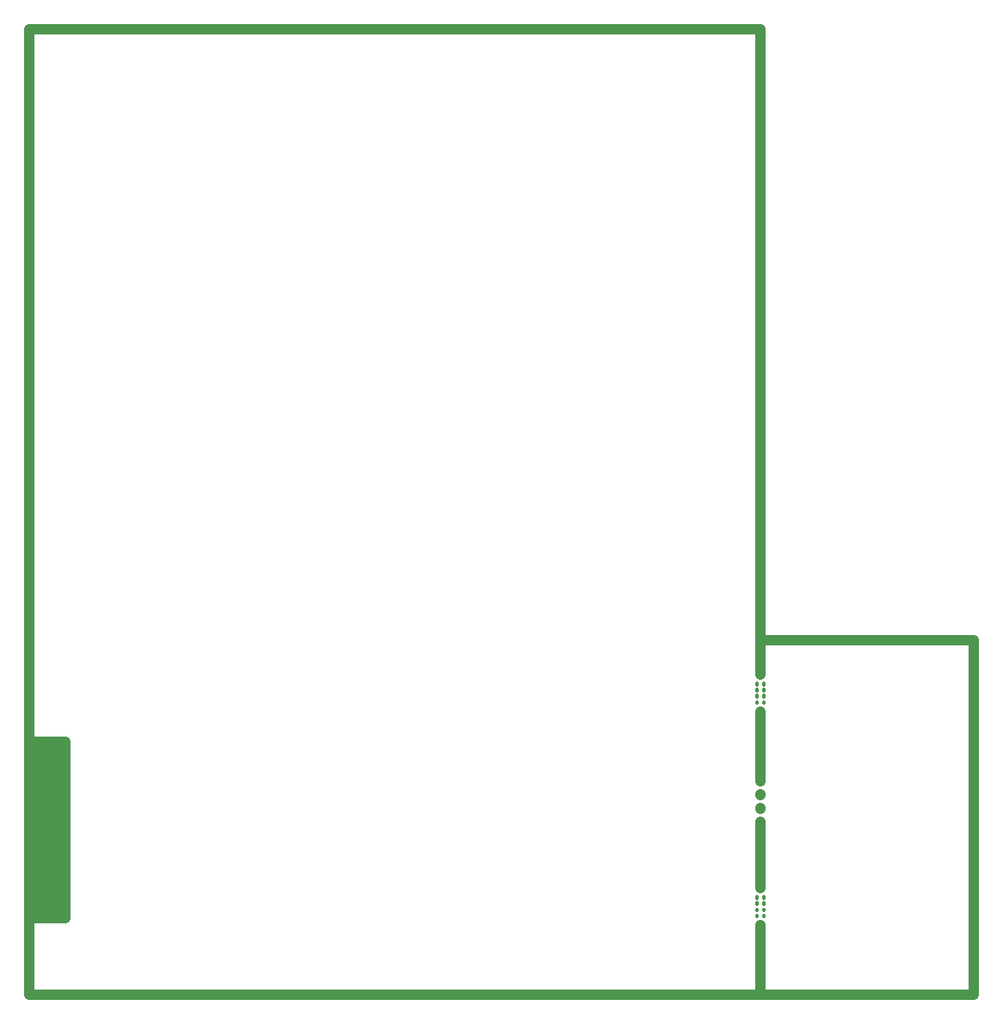
<source format=gko>
G04*
G04 #@! TF.GenerationSoftware,Altium Limited,Altium Designer,22.6.1 (34)*
G04*
G04 Layer_Color=32768*
%FSLAX25Y25*%
%MOIN*%
G70*
G04*
G04 #@! TF.SameCoordinates,8414C9FA-97DA-49A9-B933-D5EF8910B524*
G04*
G04*
G04 #@! TF.FilePolarity,Positive*
G04*
G01*
G75*
%ADD11C,0.01181*%
%ADD181C,0.03937*%
D11*
X280118Y118110D02*
Y118504D01*
Y115748D02*
Y116142D01*
Y113386D02*
Y113779D01*
Y111024D02*
Y111417D01*
X282874Y111024D02*
Y111417D01*
Y113386D02*
Y113779D01*
Y115748D02*
Y116142D01*
Y118110D02*
Y118504D01*
X280118Y28346D02*
Y28740D01*
Y30709D02*
Y31102D01*
Y33071D02*
Y33465D01*
Y35433D02*
Y35827D01*
X282874Y35433D02*
Y35827D01*
Y33071D02*
Y33465D01*
Y30709D02*
Y31102D01*
Y28346D02*
Y28740D01*
D181*
X-1969Y-1969D02*
X352559D01*
X-1969D02*
Y6890D01*
X281496Y122047D02*
Y135433D01*
X281496Y94095D02*
Y107480D01*
Y80709D02*
Y94095D01*
X281496Y52756D02*
Y64961D01*
Y39370D02*
Y52756D01*
X281496Y0D02*
X281496Y24803D01*
X281496Y75394D02*
Y75590D01*
X281496Y70079D02*
Y70276D01*
X281496Y135433D02*
X364173D01*
Y-1969D02*
Y135433D01*
X352559Y-1969D02*
X364173D01*
X-1969Y6890D02*
Y27756D01*
X12008D01*
Y95866D01*
X-1969D02*
X12008D01*
X-1969Y27756D02*
Y95866D01*
X1378Y27953D02*
Y95079D01*
X4331Y95669D02*
X4724D01*
Y28937D02*
Y95669D01*
X7874Y29331D02*
X8465D01*
Y93701D01*
X281496Y133858D02*
Y372047D01*
X-1969Y95866D02*
Y372047D01*
X281496D01*
M02*

</source>
